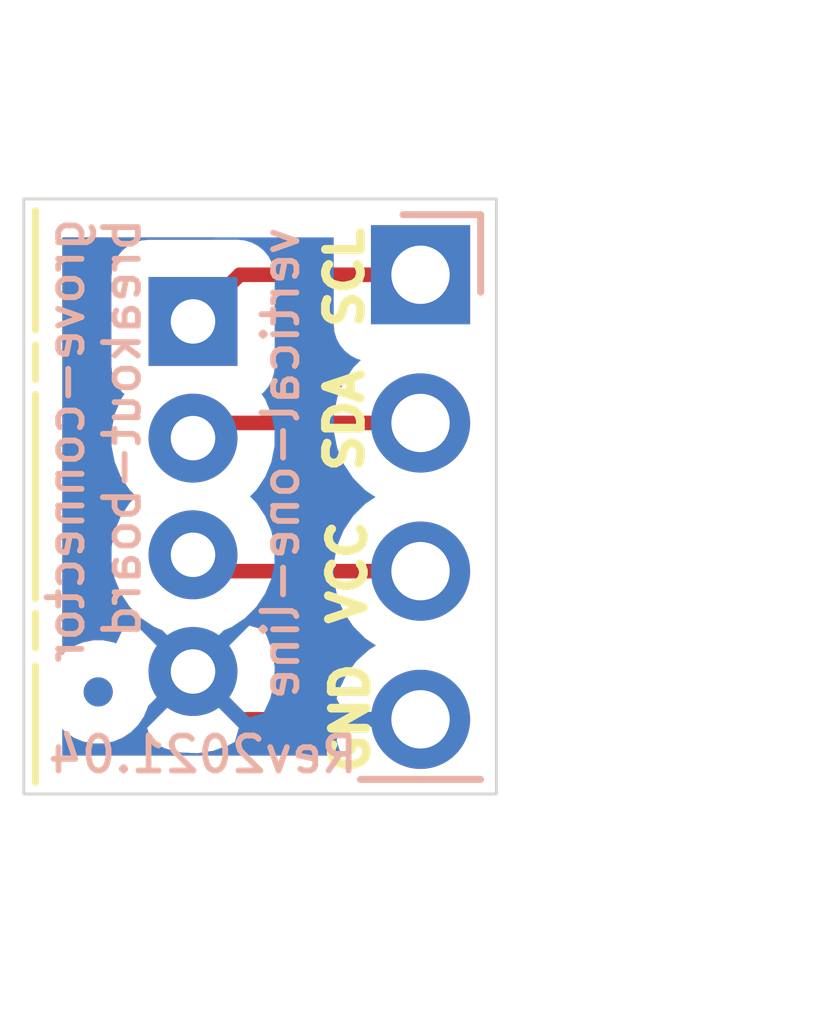
<source format=kicad_pcb>
(kicad_pcb (version 20221018) (generator pcbnew)
  (layers (0 "F.Cu" signal) (31 "B.Cu" signal) (34 "B.Paste" user) (35 "F.Paste" user) (36 "B.SilkS" user "B.Silkscreen") (37 "F.SilkS" user "F.Silkscreen") (38 "B.Mask" user) (39 "F.Mask" user) (44 "Edge.Cuts" user))
  (net 0 "")
  (net 1 "GND")
  (net 2 "Net-(J1-Pad3)")
  (net 3 "Net-(J1-Pad2)")
  (net 4 "Net-(J1-Pad1)")
  (footprint "my-kicad-footprints:NS-Tech_Grove_1x04_P2mm_Vertical_silk_inside" (layer "F.Cu") (at 143.4 102.4)
    (fp_text reference "J1" hide)
    (fp_text value "Grove-I2C-connector")
    (fp_line (start -2.7 -1.9) (end -2.7 0.15) (stroke (width 0.12)) (layer "F.SilkS"))
    (fp_line (start -2.7 0.4) (end -2.7 1) (stroke (width 0.12)) (layer "F.SilkS"))
    (fp_line (start -2.7 1.25) (end -2.7 4.75) (stroke (width 0.12)) (layer "F.SilkS"))
    (fp_line (start -2.7 5) (end -2.7 5.6) (stroke (width 0.12)) (layer "F.SilkS"))
    (fp_line (start -2.7 5.9) (end -2.7 7.9) (stroke (width 0.12)) (layer "F.SilkS"))
    (pad "1" thru_hole rect (at 0 0) (size 1.524 1.524) (drill 0.762) (layers "*.Cu" "*.Mask") (net 4 "Net-(J1-Pad1)"))
    (pad "2" thru_hole circle (at 0 2) (size 1.524 1.524) (drill 0.762) (layers "*.Cu" "*.Mask") (net 3 "Net-(J1-Pad2)"))
    (pad "3" thru_hole circle (at 0 4) (size 1.524 1.524) (drill 0.762) (layers "*.Cu" "*.Mask") (net 2 "Net-(J1-Pad3)"))
    (pad "4" thru_hole circle (at 0 6) (size 1.524 1.524) (drill 0.762) (layers "*.Cu" "*.Mask") (net 1 "GND"))
  )
  (footprint "Fiducial:Fiducial_0.5mm_Mask1mm" (layer "F.Cu") (at 141.775 108.75)
    (fp_text reference "fid1" hide)
    (fp_text value "Fiducial_0.5mm_Mask1mm" hide)
    (pad "" smd circle (at 0 0) (size 0.5 0.5) (layers "F.Cu" "F.Mask") (clearance 0.25))
  )
  (footprint "my-kicad-footprints:PinHeader_1x04_P2.54mm_Vertical_silk_inside" (layer "B.Cu") (at 147.3 101.6 180)
    (fp_text reference "J2" hide)
    (fp_text value "Conn_01x04")
    (fp_line (start -1.03 -8.65) (end 1.03 -8.65) (stroke (width 0.12)) (layer "B.SilkS"))
    (fp_line (start -1.03 -0.3) (end -1.03 1.03) (stroke (width 0.12)) (layer "B.SilkS"))
    (fp_line (start -1.03 1.03) (end 0.3 1.03) (stroke (width 0.12)) (layer "B.SilkS"))
    (pad "1" thru_hole rect (at 0 0 180) (size 1.7 1.7) (drill 1) (layers "*.Cu" "*.Mask") (net 4 "Net-(J1-Pad1)"))
    (pad "2" thru_hole oval (at 0 -2.54 180) (size 1.7 1.7) (drill 1) (layers "*.Cu" "*.Mask") (net 3 "Net-(J1-Pad2)"))
    (pad "3" thru_hole oval (at 0 -5.08 180) (size 1.7 1.7) (drill 1) (layers "*.Cu" "*.Mask") (net 2 "Net-(J1-Pad3)"))
    (pad "4" thru_hole oval (at 0 -7.62 180) (size 1.7 1.7) (drill 1) (layers "*.Cu" "*.Mask") (net 1 "GND"))
  )
  (footprint "Fiducial:Fiducial_0.5mm_Mask1mm" (layer "B.Cu") (at 141.775 108.75)
    (fp_text reference "fid1" hide)
    (fp_text value "Fiducial_0.5mm_Mask1mm" hide)
    (pad "" smd circle (at 0 0) (size 0.5 0.5) (layers "B.Cu" "B.Mask") (clearance 0.25))
  )
  (gr_line (start 148.6 100.3) (end 148.6 110.5) (stroke (width 0.05)) (layer "Edge.Cuts"))
  (gr_line (start 140.5 110.5) (end 140.5 100.3) (stroke (width 0.05)) (layer "Edge.Cuts"))
  (gr_line (start 148.6 110.5) (end 140.5 110.5) (stroke (width 0.05)) (layer "Edge.Cuts"))
  (gr_line (start 140.5 100.3) (end 148.6 100.3) (stroke (width 0.05)) (layer "Edge.Cuts"))
  (gr_text "Rev2021.04" (at 146.275 109.825) (layer "B.SilkS") (effects (font (size 0.6 0.6) (thickness 0.1)) (justify left mirror)))
  (gr_text "vertical-one-line" (at 144.9 100.725 90) (layer "B.SilkS") (effects (font (size 0.6 0.6) (thickness 0.1)) (justify left mirror)))
  (gr_text "grove-connector\nbreakout-board" (at 141.7 100.575 90) (layer "B.SilkS") (effects (font (size 0.6 0.6) (thickness 0.1)) (justify left mirror)))
  (gr_text "SDA" (at 146 104.1 90) (layer "F.SilkS") (effects (font (size 0.6 0.6))))
  (gr_text "VCC" (at 146.05 106.7 90) (layer "F.SilkS") (effects (font (size 0.6 0.6))))
  (gr_text "SCL" (at 146 101.65 90) (layer "F.SilkS") (effects (font (size 0.6 0.6))))
  (gr_text "GND" (at 146.1 109.2 90) (layer "F.SilkS") (effects (font (size 0.6 0.6))))
  (segment (start 147.3 109.22) (end 144.22 109.22) (width 0.25) (layer "F.Cu") (net 1))
  (segment (start 147.3 109.22) (end 145.42 109.22) (width 0.25) (layer "F.Cu") (net 1))
  (segment (start 144.22 109.22) (end 143.4 108.4) (width 0.25) (layer "F.Cu") (net 1))
  (segment (start 147.3 109.22) (end 145.48 109.22) (width 0.25) (layer "B.Cu") (net 1))
  (segment (start 143.68 106.68) (end 143.4 106.4) (width 0.25) (layer "F.Cu") (net 2))
  (segment (start 147.3 106.68) (end 143.68 106.68) (width 0.25) (layer "F.Cu") (net 2))
  (segment (start 147.3 104.14) (end 143.66 104.14) (width 0.25) (layer "F.Cu") (net 3))
  (segment (start 143.66 104.14) (end 143.4 104.4) (width 0.25) (layer "F.Cu") (net 3))
  (segment (start 147.3 101.6) (end 144.2 101.6) (width 0.25) (layer "F.Cu") (net 4))
  (segment (start 144.2 101.6) (end 143.4 102.4) (width 0.25) (layer "F.Cu") (net 4))
  (zone (net 1) (net_name "GND") (layer "F.Cu") (connect_pads (clearance 0.508)) (min_thickness 0.254) (fill yes (thermal_gap 0.508) (thermal_bridge_width 0.508))
    (polygon (pts (xy 148.6 110.5) (xy 140.5 110.5) (xy 140.5 100.3) (xy 148.6 100.3)))
  )
  (zone (net 1) (net_name "GND") (layer "B.Cu") (connect_pads (clearance 0.508)) (min_thickness 0.254) (fill yes (thermal_gap 0.508) (thermal_bridge_width 0.508))
    (polygon (pts (xy 148.6 110.5) (xy 140.5 110.5) (xy 140.5 100.3) (xy 148.6 100.3)))
  )
)
</source>
